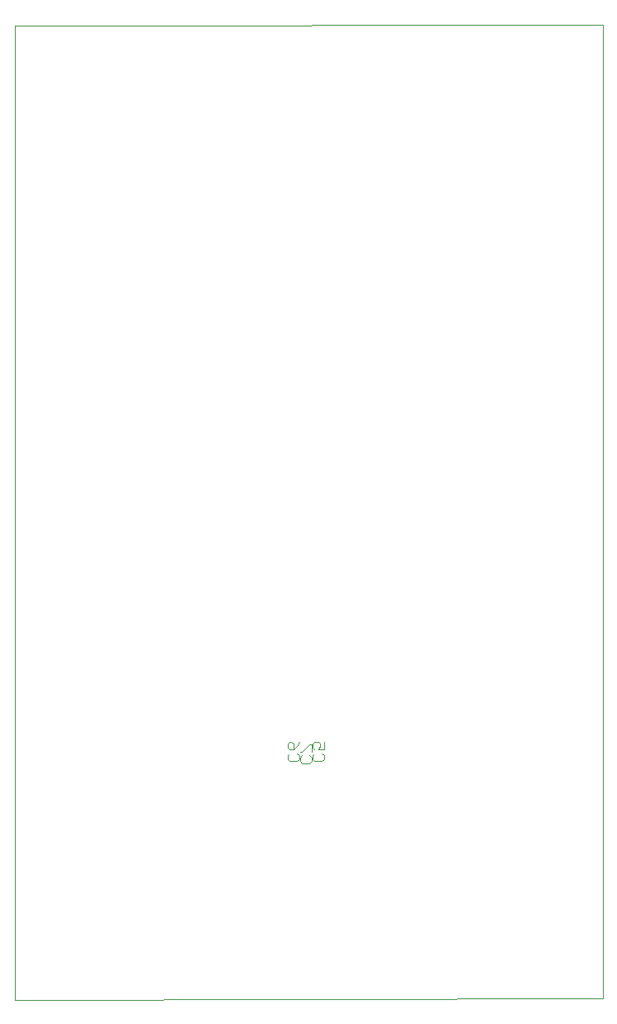
<source format=gbo>
G75*
%MOIN*%
%OFA0B0*%
%FSLAX25Y25*%
%IPPOS*%
%LPD*%
%AMOC8*
5,1,8,0,0,1.08239X$1,22.5*
%
%ADD10C,0.00000*%
%ADD11C,0.00400*%
D10*
X0001739Y0002810D02*
X0001739Y0395311D01*
X0238660Y0395811D01*
X0238660Y0003310D01*
X0001739Y0002810D01*
D11*
X0111764Y0099701D02*
X0112531Y0098934D01*
X0115600Y0098934D01*
X0116368Y0099701D01*
X0116368Y0101236D01*
X0115600Y0102003D01*
X0116764Y0102746D02*
X0117531Y0102746D01*
X0120600Y0105815D01*
X0121368Y0105815D01*
X0121368Y0102746D01*
X0122531Y0102003D02*
X0121764Y0101236D01*
X0121764Y0099701D01*
X0122531Y0098934D01*
X0125600Y0098934D01*
X0126368Y0099701D01*
X0126368Y0101236D01*
X0125600Y0102003D01*
X0126368Y0103538D02*
X0124066Y0103538D01*
X0124833Y0105072D01*
X0124833Y0105840D01*
X0124066Y0106607D01*
X0122531Y0106607D01*
X0121764Y0105840D01*
X0121764Y0104305D01*
X0122531Y0103538D01*
X0120600Y0101211D02*
X0121368Y0100444D01*
X0121368Y0098909D01*
X0120600Y0098142D01*
X0117531Y0098142D01*
X0116764Y0098909D01*
X0116764Y0100444D01*
X0117531Y0101211D01*
X0114066Y0103538D02*
X0114066Y0105840D01*
X0113298Y0106607D01*
X0112531Y0106607D01*
X0111764Y0105840D01*
X0111764Y0104305D01*
X0112531Y0103538D01*
X0114066Y0103538D01*
X0115600Y0105072D01*
X0116368Y0106607D01*
X0112531Y0102003D02*
X0111764Y0101236D01*
X0111764Y0099701D01*
X0126368Y0103538D02*
X0126368Y0106607D01*
M02*

</source>
